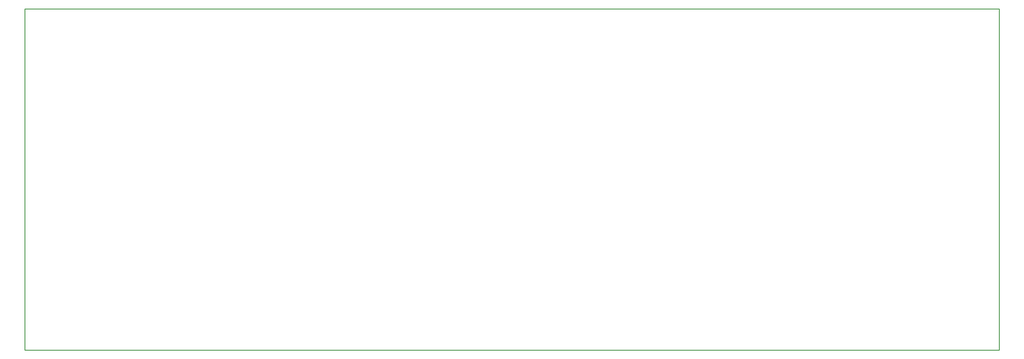
<source format=gm1>
G04*
G04 #@! TF.GenerationSoftware,Altium Limited,Altium Designer,21.6.4 (81)*
G04*
G04 Layer_Color=16711935*
%FSLAX43Y43*%
%MOMM*%
G71*
G04*
G04 #@! TF.SameCoordinates,3B1B0440-9CC4-4517-B04E-561091F89696*
G04*
G04*
G04 #@! TF.FilePolarity,Positive*
G04*
G01*
G75*
%ADD12C,0.254*%
D12*
X30607Y141351D02*
X326593D01*
X30607Y245110D02*
X326593D01*
Y141351D02*
Y245110D01*
X30607Y141351D02*
Y245110D01*
M02*

</source>
